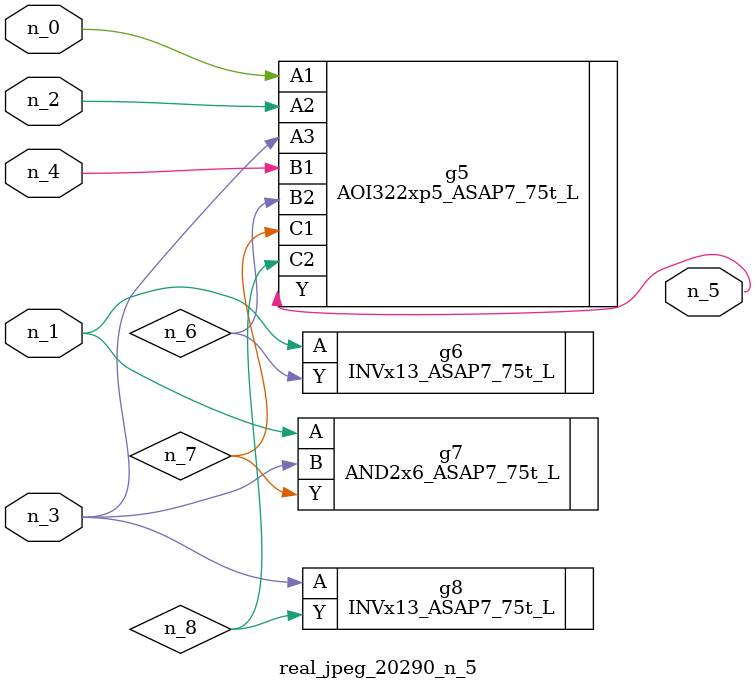
<source format=v>
module real_jpeg_20290_n_5 (n_4, n_0, n_1, n_2, n_3, n_5);

input n_4;
input n_0;
input n_1;
input n_2;
input n_3;

output n_5;

wire n_8;
wire n_6;
wire n_7;

AOI322xp5_ASAP7_75t_L g5 ( 
.A1(n_0),
.A2(n_2),
.A3(n_3),
.B1(n_4),
.B2(n_6),
.C1(n_7),
.C2(n_8),
.Y(n_5)
);

INVx13_ASAP7_75t_L g6 ( 
.A(n_1),
.Y(n_6)
);

AND2x6_ASAP7_75t_L g7 ( 
.A(n_1),
.B(n_3),
.Y(n_7)
);

INVx13_ASAP7_75t_L g8 ( 
.A(n_3),
.Y(n_8)
);


endmodule
</source>
